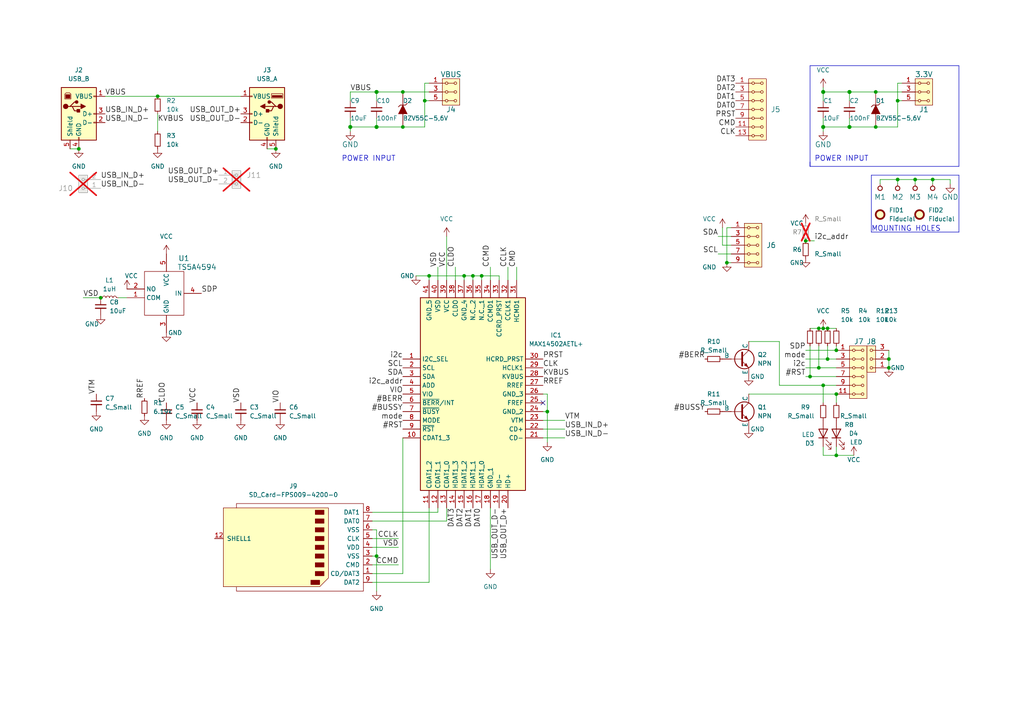
<source format=kicad_sch>
(kicad_sch (version 20230121) (generator eeschema)
  (paper "A4")
  (title_block (title "NAME") (date "%d. %m. %Y") (rev "REV") (company "Mlab www.mlab.cz") (comment 1 "Short description \\nTwo lines are maximum") (comment 2 "nickname <email@example.com>"))
  (lib_symbols
    (symbol "Connector:USB_A" (pin_names (offset 1.016))
      (property "Reference" "J" (at -5.08 11.43 0))
      (property "Value" "USB_A" (at -5.08 8.89 0))
      (symbol "USB_A_1_1"
        (pin power_in line (at 7.62 5.08 180) (length 2.54) (name "VBUS") (number "1"))
        (pin bidirectional line (at 7.62 -2.54 180) (length 2.54) (name "D-") (number "2"))
        (pin bidirectional line (at 7.62 0 180) (length 2.54) (name "D+") (number "3"))
        (pin power_in line (at 0 -10.16 90) (length 2.54) (name "GND") (number "4"))
        (pin passive line (at -2.54 -10.16 90) (length 2.54) (name "Shield") (number "5"))
      )
    )
    (symbol "Connector:USB_B" (pin_names (offset 1.016))
      (property "Reference" "J" (at -5.08 11.43 0))
      (property "Value" "USB_B" (at -5.08 8.89 0))
      (symbol "USB_B_1_1"
        (pin power_out line (at 7.62 5.08 180) (length 2.54) (name "VBUS") (number "1"))
        (pin bidirectional line (at 7.62 -2.54 180) (length 2.54) (name "D-") (number "2"))
        (pin bidirectional line (at 7.62 0 180) (length 2.54) (name "D+") (number "3"))
        (pin power_out line (at 0 -10.16 90) (length 2.54) (name "GND") (number "4"))
        (pin passive line (at -2.54 -10.16 90) (length 2.54) (name "Shield") (number "5"))
      )
    )
    (symbol "Device:C_Small" (pin_numbers hide) (pin_names (offset 0.254) hide)
      (property "Reference" "C" (at 0.254 1.778 0))
      (property "Value" "C_Small" (at 0.254 -2.032 0))
      (symbol "C_Small_1_1"
        (pin passive line (at 0 2.54 270) (length 2.032) (name "~") (number "1"))
        (pin passive line (at 0 -2.54 90) (length 2.032) (name "~") (number "2"))
      )
    )
    (symbol "Device:LED" (pin_numbers hide) (pin_names (offset 1.016) hide)
      (property "Reference" "D" (at 0 2.54 0))
      (property "Value" "LED" (at 0 -2.54 0))
      (symbol "LED_1_1"
        (pin passive line (at -3.81 0 0) (length 2.54) (name "K") (number "1"))
        (pin passive line (at 3.81 0 180) (length 2.54) (name "A") (number "2"))
      )
    )
    (symbol "Device:L_Small" (pin_numbers hide) (pin_names (offset 0.254) hide)
      (property "Reference" "L" (at 0.762 1.016 0))
      (property "Value" "L_Small" (at 0.762 -1.016 0))
      (symbol "L_Small_1_1"
        (pin passive line (at 0 2.54 270) (length 0.508) (name "~") (number "1"))
        (pin passive line (at 0 -2.54 90) (length 0.508) (name "~") (number "2"))
      )
    )
    (symbol "Device:R_Small" (pin_numbers hide) (pin_names (offset 0.254) hide)
      (property "Reference" "R" (at 0.762 0.508 0))
      (property "Value" "R_Small" (at 0.762 -1.016 0))
      (symbol "R_Small_1_1"
        (pin passive line (at 0 2.54 270) (length 0.762) (name "~") (number "1"))
        (pin passive line (at 0 -2.54 90) (length 0.762) (name "~") (number "2"))
      )
    )
    (symbol "GND_1" (power) (pin_names (offset 0))
      (property "Value" "GND_1" (at 0 -3.81 0))
      (symbol "GND_1_1_1"
        (pin power_in line (at 0 0 270) (length 0) hide (name "GND") (number "1"))
      )
    )
    (symbol "GND_2" (power) (pin_names (offset 0))
      (property "Value" "GND_2" (at 0 -3.81 0))
      (symbol "GND_2_1_1"
        (pin power_in line (at 0 0 270) (length 0) hide (name "GND") (number "1"))
      )
    )
    (symbol "GND_3" (power) (pin_names (offset 0))
      (property "Value" "GND_3" (at 0 -3.81 0))
      (symbol "GND_3_1_1"
        (pin power_in line (at 0 0 270) (length 0) hide (name "GND") (number "1"))
      )
    )
    (symbol "GND_4" (power) (pin_names (offset 0))
      (property "Value" "GND_4" (at 0 -3.81 0))
      (symbol "GND_4_1_1"
        (pin power_in line (at 0 0 270) (length 0) hide (name "GND") (number "1"))
      )
    )
    (symbol "GND_5" (power) (pin_names (offset 0))
      (property "Value" "GND_5" (at 0 -3.81 0))
      (symbol "GND_5_1_1"
        (pin power_in line (at 0 0 270) (length 0) hide (name "GND") (number "1"))
      )
    )
    (symbol "GND_6" (power) (pin_names (offset 0))
      (property "Value" "GND_6" (at 0 -3.81 0))
      (symbol "GND_6_1_1"
        (pin power_in line (at 0 0 270) (length 0) hide (name "GND") (number "1"))
      )
    )
    (symbol "ISM02A-rescue:C_Small-Device-ISM02A-rescue" (pin_numbers hide) (pin_names (offset 0.254) hide)
      (property "Reference" "C" (at 0.254 1.778 0))
      (property "Value" "C_Small-Device-ISM02A-rescue" (at 0.254 -2.032 0))
      (symbol "C_Small-Device-ISM02A-rescue_1_1"
        (pin passive line (at 0 2.54 270) (length 2.032) (name "~") (number "1"))
        (pin passive line (at 0 -2.54 90) (length 2.032) (name "~") (number "2"))
      )
    )
    (symbol "ISM02A-rescue:D_ZENER-MLAB_D" (pin_numbers hide) (pin_names (offset 1.016) hide)
      (property "Reference" "D" (at 0 2.54 0))
      (property "Value" "D_ZENER-MLAB_D" (at 0 -2.54 0))
      (symbol "D_ZENER-MLAB_D_1_1"
        (pin passive line (at -5.08 0 0) (length 3.81) (name "K") (number "1"))
        (pin passive line (at 5.08 0 180) (length 3.81) (name "A") (number "2"))
      )
    )
    (symbol "MLAB_CONNECTORS:SD_Card-FPS009-4200-0" (pin_names (offset 1.016))
      (property "Reference" "J" (at -16.51 13.97 0))
      (property "Value" "SD_Card-FPS009-4200-0" (at 15.24 -13.97 0))
      (symbol "SD_Card-FPS009-4200-0_1_1"
        (pin input line (at -22.86 7.62 0) (length 2.54) (name "CD/DAT3") (number "1"))
        (pin input line (at 22.86 -2.54 180) (length 2.54) (name "SHELL1") (number "12"))
        (pin input line (at -22.86 5.08 0) (length 2.54) (name "CMD") (number "2"))
        (pin input line (at -22.86 2.54 0) (length 2.54) (name "VSS") (number "3"))
        (pin input line (at -22.86 0 0) (length 2.54) (name "VDD") (number "4"))
        (pin input line (at -22.86 -2.54 0) (length 2.54) (name "CLK") (number "5"))
        (pin input line (at -22.86 -5.08 0) (length 2.54) (name "VSS") (number "6"))
        (pin input line (at -22.86 -7.62 0) (length 2.54) (name "DAT0") (number "7"))
        (pin input line (at -22.86 -10.16 0) (length 2.54) (name "DAT1") (number "8"))
        (pin input line (at -22.86 10.16 0) (length 2.54) (name "DAT2") (number "9"))
      )
    )
    (symbol "MLAB_HEADER:HEADER_1x02" (pin_names (offset 1.016))
      (property "Reference" "J" (at 0 -3.81 0))
      (property "Value" "HEADER_1x02" (at 0 3.81 0))
      (symbol "HEADER_1x02_1_1"
        (pin input line (at -5.08 1.27 0) (length 3.81) (name "~") (number "1"))
        (pin input line (at -5.08 -1.27 0) (length 3.81) (name "~") (number "2"))
      )
    )
    (symbol "MLAB_HEADER:HEADER_1x03" (pin_names (offset 1.016))
      (property "Reference" "J" (at 0 -5.08 0))
      (property "Value" "HEADER_1x03" (at 0 5.08 0))
      (symbol "HEADER_1x03_1_1"
        (pin input line (at -5.08 2.54 0) (length 3.81) (name "~") (number "1"))
        (pin input line (at -5.08 0 0) (length 3.81) (name "~") (number "2"))
        (pin input line (at -5.08 -2.54 0) (length 3.81) (name "~") (number "3"))
      )
    )
    (symbol "MLAB_HEADER:HEADER_2x05_PARALLEL" (pin_names (offset 1.016))
      (property "Reference" "J" (at 0 -7.62 0))
      (property "Value" "HEADER_2x05_PARALLEL" (at 0 7.62 0))
      (symbol "HEADER_2x05_PARALLEL_1_1"
        (pin input line (at -6.35 5.08 0) (length 3.81) (name "~") (number "1"))
        (pin input line (at -6.35 -5.08 0) (length 3.81) hide (name "~") (number "10"))
        (pin input line (at -6.35 5.08 0) (length 3.81) hide (name "~") (number "2"))
        (pin input line (at -6.35 2.54 0) (length 3.81) (name "~") (number "3"))
        (pin input line (at -6.35 2.54 0) (length 3.81) hide (name "~") (number "4"))
        (pin input line (at -6.35 0 0) (length 3.81) (name "~") (number "5"))
        (pin input line (at -6.35 0 0) (length 3.81) hide (name "~") (number "6"))
        (pin input line (at -6.35 -2.54 0) (length 3.81) (name "~") (number "7"))
        (pin input line (at -6.35 -2.54 0) (length 3.81) hide (name "~") (number "8"))
        (pin input line (at -6.35 -5.08 0) (length 3.81) (name "~") (number "9"))
      )
    )
    (symbol "MLAB_HEADER:HEADER_2x06_PARALLEL" (pin_names (offset 1.016))
      (property "Reference" "J" (at 0 -8.89 0))
      (property "Value" "HEADER_2x06_PARALLEL" (at 0 8.89 0))
      (symbol "HEADER_2x06_PARALLEL_1_1"
        (pin input line (at -6.35 6.35 0) (length 3.81) (name "~") (number "1"))
        (pin input line (at -6.35 -3.81 0) (length 3.81) hide (name "~") (number "10"))
        (pin input line (at -6.35 -6.35 0) (length 3.81) (name "~") (number "11"))
        (pin input line (at -6.35 -6.35 0) (length 3.81) hide (name "~") (number "12"))
        (pin input line (at -6.35 6.35 0) (length 3.81) hide (name "~") (number "2"))
        (pin input line (at -6.35 3.81 0) (length 3.81) (name "~") (number "3"))
        (pin input line (at -6.35 3.81 0) (length 3.81) hide (name "~") (number "4"))
        (pin input line (at -6.35 1.27 0) (length 3.81) (name "~") (number "5"))
        (pin input line (at -6.35 1.27 0) (length 3.81) hide (name "~") (number "6"))
        (pin input line (at -6.35 -1.27 0) (length 3.81) (name "~") (number "7"))
        (pin input line (at -6.35 -1.27 0) (length 3.81) hide (name "~") (number "8"))
        (pin input line (at -6.35 -3.81 0) (length 3.81) (name "~") (number "9"))
      )
    )
    (symbol "MLAB_HEADER:HEADER_2x07_PARALLEL" (pin_names (offset 1.016))
      (property "Reference" "J" (at 0 -10.16 0))
      (property "Value" "HEADER_2x07_PARALLEL" (at 0 10.16 0))
      (symbol "HEADER_2x07_PARALLEL_1_1"
        (pin input line (at -6.35 7.62 0) (length 3.81) (name "~") (number "1"))
        (pin input line (at -6.35 -2.54 0) (length 3.81) hide (name "~") (number "10"))
        (pin input line (at -6.35 -5.08 0) (length 3.81) (name "~") (number "11"))
        (pin input line (at -6.35 -5.08 0) (length 3.81) hide (name "~") (number "12"))
        (pin input line (at -6.35 -7.62 0) (length 3.81) (name "~") (number "13"))
        (pin input line (at -6.35 -7.62 0) (length 3.81) hide (name "~") (number "14"))
        (pin input line (at -6.35 7.62 0) (length 3.81) hide (name "~") (number "2"))
        (pin input line (at -6.35 5.08 0) (length 3.81) (name "~") (number "3"))
        (pin input line (at -6.35 5.08 0) (length 3.81) hide (name "~") (number "4"))
        (pin input line (at -6.35 2.54 0) (length 3.81) (name "~") (number "5"))
        (pin input line (at -6.35 2.54 0) (length 3.81) hide (name "~") (number "6"))
        (pin input line (at -6.35 0 0) (length 3.81) (name "~") (number "7"))
        (pin input line (at -6.35 0 0) (length 3.81) hide (name "~") (number "8"))
        (pin input line (at -6.35 -2.54 0) (length 3.81) (name "~") (number "9"))
      )
    )
    (symbol "MLAB_IO:MAX14502AETL+"
      (property "Reference" "IC" (at 36.83 22.86 0))
      (property "Value" "MAX14502AETL+" (at 36.83 20.32 0))
      (symbol "MAX14502AETL+_1_1"
        (pin passive line (at 0 0 0) (length 5.08) (name "I2C_SEL") (number "1"))
        (pin passive line (at 0 -22.86 0) (length 5.08) (name "CDAT1_3") (number "10"))
        (pin passive line (at 7.62 -43.18 90) (length 5.08) (name "CDAT1_2") (number "11"))
        (pin passive line (at 10.16 -43.18 90) (length 5.08) (name "CDAT1_1") (number "12"))
        (pin passive line (at 12.7 -43.18 90) (length 5.08) (name "CDAT1_0") (number "13"))
        (pin passive line (at 15.24 -43.18 90) (length 5.08) (name "HDAT1_3") (number "14"))
        (pin passive line (at 17.78 -43.18 90) (length 5.08) (name "HDAT1_2") (number "15"))
        (pin passive line (at 20.32 -43.18 90) (length 5.08) (name "HDAT1_1") (number "16"))
        (pin passive line (at 22.86 -43.18 90) (length 5.08) (name "HDAT1_0") (number "17"))
        (pin passive line (at 25.4 -43.18 90) (length 5.08) (name "GND_1") (number "18"))
        (pin passive line (at 27.94 -43.18 90) (length 5.08) (name "HD-") (number "19"))
        (pin passive line (at 0 -2.54 0) (length 5.08) (name "SCL") (number "2"))
        (pin passive line (at 30.48 -43.18 90) (length 5.08) (name "HD+") (number "20"))
        (pin passive line (at 40.64 -22.86 180) (length 5.08) (name "CD-") (number "21"))
        (pin passive line (at 40.64 -20.32 180) (length 5.08) (name "CD+") (number "22"))
        (pin passive line (at 40.64 -17.78 180) (length 5.08) (name "VTM") (number "23"))
        (pin passive line (at 40.64 -15.24 180) (length 5.08) (name "GND_2") (number "24"))
        (pin passive line (at 40.64 -12.7 180) (length 5.08) (name "FREF") (number "25"))
        (pin passive line (at 40.64 -10.16 180) (length 5.08) (name "GND_3") (number "26"))
        (pin passive line (at 40.64 -7.62 180) (length 5.08) (name "RREF") (number "27"))
        (pin passive line (at 40.64 -5.08 180) (length 5.08) (name "KVBUS") (number "28"))
        (pin passive line (at 40.64 -2.54 180) (length 5.08) (name "HCLK1") (number "29"))
        (pin passive line (at 0 -5.08 0) (length 5.08) (name "SDA") (number "3"))
        (pin passive line (at 40.64 0 180) (length 5.08) (name "HCRD_PRST") (number "30"))
        (pin passive line (at 33.02 22.86 270) (length 5.08) (name "HCMD1") (number "31"))
        (pin passive line (at 30.48 22.86 270) (length 5.08) (name "CCLK1") (number "32"))
        (pin passive line (at 27.94 22.86 270) (length 5.08) (name "CCRD_PRST") (number "33"))
        (pin passive line (at 25.4 22.86 270) (length 5.08) (name "CCMD1") (number "34"))
        (pin passive line (at 22.86 22.86 270) (length 5.08) (name "N.C._1") (number "35"))
        (pin passive line (at 20.32 22.86 270) (length 5.08) (name "N.C._2") (number "36"))
        (pin passive line (at 17.78 22.86 270) (length 5.08) (name "GND_4") (number "37"))
        (pin passive line (at 15.24 22.86 270) (length 5.08) (name "CLDO") (number "38"))
        (pin passive line (at 12.7 22.86 270) (length 5.08) (name "VCC") (number "39"))
        (pin passive line (at 0 -7.62 0) (length 5.08) (name "ADD") (number "4"))
        (pin passive line (at 10.16 22.86 270) (length 5.08) (name "VSD") (number "40"))
        (pin passive line (at 7.62 22.86 270) (length 5.08) (name "GND_5") (number "41"))
        (pin passive line (at 0 -10.16 0) (length 5.08) (name "VIO") (number "5"))
        (pin passive line (at 0 -12.7 0) (length 5.08) (name "~{BERR}/INT") (number "6"))
        (pin passive line (at 0 -15.24 0) (length 5.08) (name "~{BUSY}") (number "7"))
        (pin passive line (at 0 -17.78 0) (length 5.08) (name "MODE") (number "8"))
        (pin passive line (at 0 -20.32 0) (length 5.08) (name "~{RST}") (number "9"))
      )
    )
    (symbol "MLAB_IO:TS5A4594"
      (property "Reference" "U" (at 3.81 7.62 0))
      (property "Value" "TS5A4594" (at 6.35 -7.62 0))
      (symbol "TS5A4594_1_1"
        (pin passive line (at -11.43 -1.27 0) (length 5.08) (name "COM") (number "1"))
        (pin passive line (at -11.43 1.27 0) (length 5.08) (name "NO") (number "2"))
        (pin power_in line (at 0 -11.43 90) (length 5.08) (name "GND") (number "3"))
        (pin bidirectional line (at 10.16 0 180) (length 5.08) (name "IN") (number "4"))
        (pin power_in line (at 0 11.43 270) (length 5.08) (name "VCC") (number "5"))
      )
    )
    (symbol "Mechanical:Fiducial"
      (property "Reference" "FID" (at 0 5.08 0))
      (property "Value" "Fiducial" (at 0 3.175 0))
    )
    (symbol "Simulation_SPICE:NPN" (pin_numbers hide) (pin_names (offset 0))
      (property "Reference" "Q" (at -2.54 7.62 0))
      (property "Value" "NPN" (at -2.54 5.08 0))
      (symbol "NPN_1_1"
        (pin open_collector line (at 2.54 5.08 270) (length 2.54) (name "C") (number "1"))
        (pin input line (at -5.08 0 0) (length 2.54) (name "B") (number "2"))
        (pin open_emitter line (at 2.54 -5.08 90) (length 2.54) (name "E") (number "3"))
      )
    )
    (symbol "header:HEADER_2x03_PARALLEL" (pin_names (offset 1.016))
      (property "Reference" "J" (at 0 -5.08 0))
      (property "Value" "HEADER_2x03_PARALLEL" (at 0 5.08 0))
      (symbol "HEADER_2x03_PARALLEL_1_1"
        (pin input line (at -6.35 2.54 0) (length 3.81) (name "~") (number "1"))
        (pin input line (at -6.35 2.54 0) (length 3.81) hide (name "~") (number "2"))
        (pin input line (at -6.35 0 0) (length 3.81) (name "~") (number "3"))
        (pin input line (at -6.35 0 0) (length 3.81) hide (name "~") (number "4"))
        (pin input line (at -6.35 -2.54 0) (length 3.81) (name "~") (number "5"))
        (pin input line (at -6.35 -2.54 0) (length 3.81) hide (name "~") (number "6"))
      )
    )
    (symbol "mlab-default-rescue:GND" (power) (pin_names (offset 0))
      (property "Value" "GND" (at 0 -3.81 0))
      (symbol "GND_1_1"
        (pin power_in line (at 0 0 270) (length 0) hide (name "GND") (number "1"))
      )
    )
    (symbol "mlab-default-rescue:HOLE" (pin_numbers hide) (pin_names (offset 1.016) hide)
      (property "Reference" "M" (at 0 2.54 0))
      (property "Value" "HOLE" (at 0 -2.54 0))
      (symbol "HOLE_1_1"
        (pin input line (at 1.27 0 180) (length 0.635) (name "~") (number "1"))
      )
    )
    (symbol "power:GND" (power) (pin_names (offset 0))
      (property "Value" "GND" (at 0 -3.81 0))
      (symbol "GND_1_1"
        (pin power_in line (at 0 0 270) (length 0) hide (name "GND") (number "1"))
      )
    )
    (symbol "power:VCC" (power) (pin_names (offset 0))
      (property "Value" "VCC" (at 0 3.81 0))
      (symbol "VCC_1_1"
        (pin power_in line (at 0 0 90) (length 0) hide (name "VCC") (number "1"))
      )
    )
  )
  (junction (at 240.03 95.25))
  (junction (at 29.21 86.36))
  (junction (at 210.82 76.2))
  (junction (at 254 26.67))
  (junction (at 257.81 106.68))
  (junction (at 45.72 27.94))
  (junction (at 246.38 36.83) (diameter 1.016))
  (junction (at 116.84 26.67))
  (junction (at 80.01 43.18))
  (junction (at 137.16 80.01))
  (junction (at 238.76 26.67) (diameter 1.016))
  (junction (at 238.76 95.25))
  (junction (at 234.95 109.22))
  (junction (at 242.57 132.08))
  (junction (at 257.81 104.14))
  (junction (at 22.86 43.18))
  (junction (at 242.57 114.3))
  (junction (at 139.7 80.01))
  (junction (at 270.51 52.07))
  (junction (at 116.84 36.83))
  (junction (at 260.35 29.21))
  (junction (at 237.49 106.68))
  (junction (at 265.43 52.07))
  (junction (at 109.22 26.67) (diameter 1.016))
  (junction (at 238.76 36.83) (diameter 1.016))
  (junction (at 109.22 36.83) (diameter 1.016))
  (junction (at 124.46 80.01))
  (junction (at 254 36.83))
  (junction (at 246.38 26.67) (diameter 1.016))
  (junction (at 134.62 80.01))
  (junction (at 260.35 52.07))
  (junction (at 109.22 161.29))
  (junction (at 242.57 101.6))
  (junction (at 123.19 29.21))
  (junction (at 240.03 104.14))
  (junction (at 233.68 69.85))
  (junction (at 238.76 111.76))
  (junction (at 237.49 95.25))
  (junction (at 101.6 36.83) (diameter 1.016))
  (junction (at 158.75 119.38))
  (no_connect (at 157.48 116.84))
  (wire (pts (xy 217.17 114.3) (xy 242.57 114.3)))
  (wire (pts (xy 260.35 53.34) (xy 260.35 52.07)))
  (wire (pts (xy 238.76 132.08) (xy 242.57 132.08)))
  (wire (pts (xy 124.46 24.13) (xy 123.19 24.13)))
  (wire (pts (xy 139.7 80.01) (xy 144.78 80.01)))
  (wire (pts (xy 265.43 53.34) (xy 265.43 52.07)))
  (wire (pts (xy 107.95 168.91) (xy 124.46 168.91)))
  (polyline (pts (xy 234.95 46.99) (xy 234.95 48.26)))
  (wire (pts (xy 123.19 29.21) (xy 123.19 36.83)))
  (wire (pts (xy 254 26.67) (xy 261.62 26.67)))
  (wire (pts (xy 134.62 80.01) (xy 134.62 81.28)))
  (wire (pts (xy 237.49 106.68) (xy 242.57 106.68)))
  (wire (pts (xy 107.95 153.67) (xy 109.22 153.67)))
  (wire (pts (xy 246.38 36.83) (xy 238.76 36.83)))
  (wire (pts (xy 124.46 80.01) (xy 124.46 81.28)))
  (wire (pts (xy 77.47 43.18) (xy 80.01 43.18)))
  (wire (pts (xy 242.57 129.54) (xy 242.57 132.08)))
  (wire (pts (xy 275.59 52.07) (xy 270.51 52.07)))
  (wire (pts (xy 115.57 163.83) (xy 107.95 163.83)))
  (polyline (pts (xy 278.13 48.26) (xy 278.13 19.05)))
  (wire (pts (xy 109.22 26.67) (xy 101.6 26.67)))
  (wire (pts (xy 147.32 77.47) (xy 147.32 81.28)))
  (wire (pts (xy 109.22 26.67) (xy 109.22 29.21)))
  (wire (pts (xy 238.76 36.83) (xy 238.76 38.1)))
  (wire (pts (xy 163.83 121.92) (xy 157.48 121.92)))
  (wire (pts (xy 234.95 109.22) (xy 242.57 109.22)))
  (wire (pts (xy 158.75 114.3) (xy 158.75 119.38)))
  (wire (pts (xy 238.76 111.76) (xy 238.76 116.84)))
  (wire (pts (xy 275.59 53.34) (xy 275.59 52.07)))
  (wire (pts (xy 124.46 29.21) (xy 123.19 29.21)))
  (wire (pts (xy 120.65 80.01) (xy 124.46 80.01)))
  (wire (pts (xy 142.24 77.47) (xy 142.24 81.28)))
  (wire (pts (xy 233.68 101.6) (xy 242.57 101.6)))
  (wire (pts (xy 209.55 71.12) (xy 212.09 71.12)))
  (wire (pts (xy 242.57 116.84) (xy 242.57 114.3)))
  (wire (pts (xy 238.76 34.29) (xy 238.76 36.83)))
  (wire (pts (xy 109.22 36.83) (xy 101.6 36.83)))
  (wire (pts (xy 237.49 95.25) (xy 238.76 95.25)))
  (wire (pts (xy 226.06 99.06) (xy 226.06 111.76)))
  (wire (pts (xy 129.54 68.58) (xy 129.54 81.28)))
  (wire (pts (xy 157.48 114.3) (xy 158.75 114.3)))
  (wire (pts (xy 142.24 165.1) (xy 142.24 147.32)))
  (wire (pts (xy 265.43 52.07) (xy 260.35 52.07)))
  (wire (pts (xy 163.83 127) (xy 157.48 127)))
  (wire (pts (xy 261.62 24.13) (xy 260.35 24.13)))
  (wire (pts (xy 124.46 80.01) (xy 134.62 80.01)))
  (polyline (pts (xy 278.13 50.8) (xy 278.13 67.31)))
  (wire (pts (xy 109.22 36.83) (xy 116.84 36.83)))
  (wire (pts (xy 209.55 66.04) (xy 209.55 71.12)))
  (wire (pts (xy 242.57 132.08) (xy 247.65 132.08)))
  (wire (pts (xy 270.51 53.34) (xy 270.51 52.07)))
  (wire (pts (xy 233.68 106.68) (xy 237.49 106.68)))
  (wire (pts (xy 157.48 119.38) (xy 158.75 119.38)))
  (wire (pts (xy 233.68 109.22) (xy 234.95 109.22)))
  (wire (pts (xy 260.35 36.83) (xy 254 36.83)))
  (wire (pts (xy 163.83 124.46) (xy 157.48 124.46)))
  (wire (pts (xy 107.95 148.59) (xy 127 148.59)))
  (wire (pts (xy 115.57 156.21) (xy 107.95 156.21)))
  (wire (pts (xy 254 26.67) (xy 246.38 26.67)))
  (wire (pts (xy 260.35 29.21) (xy 260.35 36.83)))
  (polyline (pts (xy 234.95 48.26) (xy 278.13 48.26)))
  (wire (pts (xy 127 147.32) (xy 127 148.59)))
  (wire (pts (xy 107.95 161.29) (xy 109.22 161.29)))
  (wire (pts (xy 233.68 69.85) (xy 236.22 69.85)))
  (wire (pts (xy 101.6 26.67) (xy 101.6 29.21)))
  (wire (pts (xy 212.09 68.58) (xy 208.28 68.58)))
  (wire (pts (xy 261.62 29.21) (xy 260.35 29.21)))
  (polyline (pts (xy 278.13 67.31) (xy 252.73 67.31)))
  (wire (pts (xy 234.95 95.25) (xy 237.49 95.25)))
  (wire (pts (xy 116.84 127) (xy 116.84 166.37)))
  (wire (pts (xy 144.78 80.01) (xy 144.78 81.28)))
  (wire (pts (xy 127 77.47) (xy 127 81.28)))
  (wire (pts (xy 109.22 161.29) (xy 109.22 171.45)))
  (polyline (pts (xy 234.95 19.05) (xy 234.95 48.26)))
  (wire (pts (xy 210.82 76.2) (xy 212.09 76.2)))
  (wire (pts (xy 240.03 95.25) (xy 242.57 95.25)))
  (wire (pts (xy 101.6 34.29) (xy 101.6 36.83)))
  (wire (pts (xy 123.19 24.13) (xy 123.19 29.21)))
  (wire (pts (xy 255.27 52.07) (xy 255.27 53.34)))
  (wire (pts (xy 234.95 100.33) (xy 234.95 109.22)))
  (wire (pts (xy 45.72 33.02) (xy 45.72 38.1)))
  (wire (pts (xy 20.32 43.18) (xy 22.86 43.18)))
  (wire (pts (xy 238.76 129.54) (xy 238.76 132.08)))
  (wire (pts (xy 246.38 26.67) (xy 246.38 29.21)))
  (wire (pts (xy 238.76 25.4) (xy 238.76 26.67)))
  (wire (pts (xy 124.46 147.32) (xy 124.46 168.91)))
  (wire (pts (xy 233.68 104.14) (xy 240.03 104.14)))
  (wire (pts (xy 237.49 100.33) (xy 237.49 106.68)))
  (wire (pts (xy 210.82 66.04) (xy 210.82 76.2)))
  (wire (pts (xy 240.03 100.33) (xy 240.03 104.14)))
  (wire (pts (xy 246.38 34.29) (xy 246.38 36.83)))
  (wire (pts (xy 242.57 100.33) (xy 242.57 101.6)))
  (polyline (pts (xy 252.73 67.31) (xy 252.73 50.8)))
  (wire (pts (xy 115.57 158.75) (xy 107.95 158.75)))
  (wire (pts (xy 238.76 95.25) (xy 240.03 95.25)))
  (wire (pts (xy 129.54 147.32) (xy 129.54 151.13)))
  (wire (pts (xy 226.06 111.76) (xy 238.76 111.76)))
  (wire (pts (xy 149.86 77.47) (xy 149.86 81.28)))
  (wire (pts (xy 134.62 80.01) (xy 137.16 80.01)))
  (wire (pts (xy 30.48 27.94) (xy 45.72 27.94)))
  (wire (pts (xy 45.72 27.94) (xy 69.85 27.94)))
  (wire (pts (xy 270.51 52.07) (xy 265.43 52.07)))
  (wire (pts (xy 24.13 86.36) (xy 29.21 86.36)))
  (wire (pts (xy 217.17 99.06) (xy 226.06 99.06)))
  (wire (pts (xy 240.03 104.14) (xy 242.57 104.14)))
  (wire (pts (xy 260.35 24.13) (xy 260.35 29.21)))
  (wire (pts (xy 212.09 73.66) (xy 208.28 73.66)))
  (polyline (pts (xy 278.13 19.05) (xy 234.95 19.05)))
  (wire (pts (xy 116.84 26.67) (xy 124.46 26.67)))
  (wire (pts (xy 109.22 153.67) (xy 109.22 161.29)))
  (wire (pts (xy 210.82 66.04) (xy 212.09 66.04)))
  (wire (pts (xy 116.84 26.67) (xy 109.22 26.67)))
  (wire (pts (xy 238.76 26.67) (xy 238.76 29.21)))
  (wire (pts (xy 139.7 80.01) (xy 139.7 81.28)))
  (wire (pts (xy 137.16 80.01) (xy 137.16 81.28)))
  (wire (pts (xy 123.19 36.83) (xy 116.84 36.83)))
  (polyline (pts (xy 252.73 50.8) (xy 278.13 50.8)))
  (wire (pts (xy 101.6 36.83) (xy 101.6 38.1)))
  (wire (pts (xy 137.16 80.01) (xy 139.7 80.01)))
  (wire (pts (xy 260.35 52.07) (xy 255.27 52.07)))
  (wire (pts (xy 246.38 36.83) (xy 254 36.83)))
  (wire (pts (xy 34.29 86.36) (xy 36.83 86.36)))
  (wire (pts (xy 132.08 77.47) (xy 132.08 81.28)))
  (wire (pts (xy 107.95 151.13) (xy 129.54 151.13)))
  (wire (pts (xy 257.81 104.14) (xy 257.81 106.68)))
  (wire (pts (xy 107.95 166.37) (xy 116.84 166.37)))
  (wire (pts (xy 257.81 101.6) (xy 257.81 104.14)))
  (wire (pts (xy 109.22 34.29) (xy 109.22 36.83)))
  (wire (pts (xy 238.76 111.76) (xy 242.57 111.76)))
  (wire (pts (xy 158.75 119.38) (xy 158.75 128.27)))
  (wire (pts (xy 246.38 26.67) (xy 238.76 26.67)))
  (text "POWER INPUT" (at 99.06 46.99 0) (effects (font (size 1.524 1.524)) (justify left bottom)))
  (text "POWER INPUT" (at 236.22 46.99 0) (effects (font (size 1.524 1.524)) (justify left bottom)))
  (text "MOUNTING HOLES" (at 252.73 67.31 0) (effects (font (size 1.524 1.524)) (justify left bottom)))
  (label "CCLK" (at 147.32 77.47 90) (effects (font (size 1.524 1.524))))
  (label "VIO" (at 116.84 114.3 180) (effects (font (size 1.524 1.524))))
  (label "SDA" (at 116.84 109.22 180) (effects (font (size 1.524 1.524))))
  (label "VSD" (at 24.13 86.36 0) (effects (font (size 1.524 1.524))))
  (label "mode" (at 116.84 121.92 180) (effects (font (size 1.524 1.524))))
  (label "SCL" (at 208.28 73.66 180) (effects (font (size 1.524 1.524))))
  (label "i2c_addr" (at 236.22 69.85 0) (effects (font (size 1.524 1.524))))
  (label "DAT1" (at 137.16 147.32 270) (effects (font (size 1.524 1.524))))
  (label "VBUS" (at 101.6 26.67 0) (effects (font (size 1.524 1.524))))
  (label "USB_IN_D-" (at 29.21 54.61 0) (effects (font (size 1.524 1.524))))
  (label "CLK" (at 213.36 39.37 180) (effects (font (size 1.524 1.524))))
  (label "USB_OUT_D+" (at 69.85 33.02 180) (effects (font (size 1.524 1.524))))
  (label "DAT3" (at 213.36 24.13 180) (effects (font (size 1.524 1.524))))
  (label "SDP" (at 233.68 101.6 180) (effects (font (size 1.524 1.524))))
  (label "VTM" (at 163.83 121.92 0) (effects (font (size 1.524 1.524))))
  (label "#BERR" (at 204.47 104.14 180) (effects (font (size 1.524 1.524))))
  (label "DAT0" (at 213.36 31.75 180) (effects (font (size 1.524 1.524))))
  (label "#RST" (at 116.84 124.46 180) (effects (font (size 1.524 1.524))))
  (label "SCL" (at 116.84 106.68 180) (effects (font (size 1.524 1.524))))
  (label "USB_IN_D-" (at 30.48 35.56 0) (effects (font (size 1.524 1.524))))
  (label "VBUS" (at 30.48 27.94 0) (effects (font (size 1.524 1.524))))
  (label "USB_OUT_D+" (at 147.32 147.32 270) (effects (font (size 1.524 1.524))))
  (label "i2c" (at 116.84 104.14 180) (effects (font (size 1.524 1.524))))
  (label "SDP" (at 58.42 85.09 0) (effects (font (size 1.524 1.524))))
  (label "i2c_addr" (at 116.84 111.76 180) (effects (font (size 1.524 1.524))))
  (label "i2c" (at 233.68 106.68 180) (effects (font (size 1.524 1.524))))
  (label "VSD" (at 115.57 158.75 180) (effects (font (size 1.524 1.524))))
  (label "mode" (at 233.68 104.14 180) (effects (font (size 1.524 1.524))))
  (label "USB_OUT_D+" (at 63.5 50.8 180) (effects (font (size 1.524 1.524))))
  (label "#BUSSY" (at 116.84 119.38 180) (effects (font (size 1.524 1.524))))
  (label "CLK" (at 157.48 106.68 0) (effects (font (size 1.524 1.524))))
  (label "CMD" (at 149.86 77.47 90) (effects (font (size 1.524 1.524))))
  (label "CCMD" (at 142.24 77.47 90) (effects (font (size 1.524 1.524))))
  (label "VTM" (at 27.94 114.3 90) (effects (font (size 1.524 1.524))))
  (label "DAT3" (at 132.08 147.32 270) (effects (font (size 1.524 1.524))))
  (label "DAT0" (at 139.7 147.32 270) (effects (font (size 1.524 1.524))))
  (label "VSD" (at 69.85 116.84 90) (effects (font (size 1.524 1.524))))
  (label "CCMD" (at 115.57 163.83 180) (effects (font (size 1.524 1.524))))
  (label "CCLK" (at 115.57 156.21 180) (effects (font (size 1.524 1.524))))
  (label "CLDO" (at 132.08 77.47 90) (effects (font (size 1.524 1.524))))
  (label "VSD" (at 127 77.47 90) (effects (font (size 1.524 1.524))))
  (label "USB_OUT_D-" (at 63.5 53.34 180) (effects (font (size 1.524 1.524))))
  (label "VCC" (at 129.54 77.47 90) (effects (font (size 1.524 1.524))))
  (label "DAT2" (at 134.62 147.32 270) (effects (font (size 1.524 1.524))))
  (label "PRST" (at 213.36 34.29 180) (effects (font (size 1.524 1.524))))
  (label "RREF" (at 41.91 115.57 90) (effects (font (size 1.524 1.524))))
  (label "CLDO" (at 48.26 116.84 90) (effects (font (size 1.524 1.524))))
  (label "USB_OUT_D-" (at 69.85 35.56 180) (effects (font (size 1.524 1.524))))
  (label "VCC" (at 57.15 116.84 90) (effects (font (size 1.524 1.524))))
  (label "KVBUS" (at 45.72 35.56 0) (effects (font (size 1.524 1.524))))
  (label "CMD" (at 213.36 36.83 180) (effects (font (size 1.524 1.524))))
  (label "USB_IN_D+" (at 29.21 52.07 0) (effects (font (size 1.524 1.524))))
  (label "RREF" (at 157.48 111.76 0) (effects (font (size 1.524 1.524))))
  (label "DAT1" (at 213.36 29.21 180) (effects (font (size 1.524 1.524))))
  (label "VIO" (at 81.28 116.84 90) (effects (font (size 1.524 1.524))))
  (label "USB_IN_D+" (at 163.83 124.46 0) (effects (font (size 1.524 1.524))))
  (label "USB_OUT_D-" (at 144.78 147.32 270) (effects (font (size 1.524 1.524))))
  (label "PRST" (at 157.48 104.14 0) (effects (font (size 1.524 1.524))))
  (label "USB_IN_D-" (at 163.83 127 0) (effects (font (size 1.524 1.524))))
  (label "USB_IN_D+" (at 30.48 33.02 0) (effects (font (size 1.524 1.524))))
  (label "#BERR" (at 116.84 116.84 180) (effects (font (size 1.524 1.524))))
  (label "KVBUS" (at 157.48 109.22 0) (effects (font (size 1.524 1.524))))
  (label "DAT2" (at 213.36 26.67 180) (effects (font (size 1.524 1.524))))
  (label "SDA" (at 208.28 68.58 180) (effects (font (size 1.524 1.524))))
  (label "#BUSSY" (at 204.47 119.38 180) (effects (font (size 1.524 1.524))))
  (label "#RST" (at 233.68 109.22 180) (effects (font (size 1.524 1.524))))
  (symbol (lib_id "header:HEADER_2x03_PARALLEL") (at 267.97 26.67 0) (unit 1)
    (property "Reference" "J1" (at 267.97 31.75 0) (effects (font (size 1.524 1.524))))
    (property "Value" "3.3V" (at 267.97 21.59 0) (effects (font (size 1.524 1.524))))
    (property "Footprint" "Mlab_Pin_Headers:Straight_2x03" (effects hide))
  )
  (symbol (lib_id "mlab-default-rescue:HOLE") (at 255.27 54.61 90) (unit 1)
    (property "Reference" "M1" (at 255.27 57.15 90) (effects (font (size 1.524 1.524))))
    (property "Value" "HOLE M3" (effects hide))
    (property "Footprint" "Mlab_Mechanical:MountingHole_3mm" (effects hide))
  )
  (symbol (lib_id "mlab-default-rescue:HOLE") (at 260.35 54.61 90) (unit 1)
    (property "Reference" "M2" (at 260.35 57.15 90) (effects (font (size 1.524 1.524))))
    (property "Value" "HOLE M3" (effects hide))
    (property "Footprint" "Mlab_Mechanical:MountingHole_3mm" (effects hide))
  )
  (symbol (lib_id "mlab-default-rescue:HOLE") (at 265.43 54.61 90) (unit 1)
    (property "Reference" "M3" (at 265.43 57.15 90) (effects (font (size 1.524 1.524))))
    (property "Value" "HOLE" (effects hide))
    (property "Footprint" "Mlab_Mechanical:MountingHole_3mm" (effects hide))
  )
  (symbol (lib_id "mlab-default-rescue:HOLE") (at 270.51 54.61 90) (unit 1)
    (property "Reference" "M4" (at 270.51 57.15 90) (effects (font (size 1.524 1.524))))
    (property "Value" "HOLE" (effects hide))
    (property "Footprint" "Mlab_Mechanical:MountingHole_3mm" (effects hide))
  )
  (symbol (lib_id "mlab-default-rescue:GND") (at 275.59 53.34 0) (unit 1)
    (property "Reference" "#PWR03" (effects hide))
    (property "Value" "GND" (at 275.59 57.15 0) (effects (font (size 1.524 1.524))))
  )
  (symbol (lib_id "MLAB_HEADER:HEADER_1x03") (at 252.73 104.14 180) (unit 1)
    (property "Reference" "J8" (at 252.73 99.06 0) (effects (font (size 1.524 1.524))))
    (property "Value" "HEADER_1x02" (effects hide))
    (property "Footprint" "Connector_PinHeader_2.54mm:PinHeader_1x03_P2.54mm_Vertical" (effects hide))
  )
  (symbol (lib_name "GND_1") (lib_id "power:GND") (at 48.26 121.92 0) (unit 1)
    (property "Reference" "#PWR06" (effects hide))
    (property "Value" "GND" (at 48.26 127 0))
  )
  (symbol (lib_id "MLAB_HEADER:HEADER_1x02") (at 24.13 53.34 180) (unit 1) (dnp yes)
    (property "Reference" "J10" (at 19.05 54.61 0) (effects (font (size 1.524 1.524))))
    (property "Value" "HEADER_1x02" (effects hide))
    (property "Footprint" "Connector_PinHeader_2.54mm:PinHeader_1x02_P2.54mm_Vertical" (effects hide))
  )
  (symbol (lib_id "Device:R_Small") (at 237.49 97.79 0) (unit 1)
    (property "Reference" "R4" (at 248.92 90.17 0) (effects (justify left)))
    (property "Value" "10k" (at 248.92 92.71 0) (effects (justify left)))
    (property "Footprint" "Resistor_SMD:R_0805_2012Metric" (effects hide))
  )
  (symbol (lib_name "GND_4") (lib_id "power:GND") (at 217.17 109.22 0) (unit 1)
    (property "Reference" "#PWR022" (effects hide))
    (property "Value" "GND" (at 219.71 109.22 0))
  )
  (symbol (lib_id "MLAB_HEADER:HEADER_2x05_PARALLEL") (at 218.44 71.12 0) (unit 1)
    (property "Reference" "J6" (at 222.25 71.12 0) (effects (font (size 1.524 1.524)) (justify left)))
    (property "Value" "HEADER_2x05_PARALLEL" (effects hide))
    (property "Footprint" "Connector_PinHeader_2.54mm:PinHeader_2x05_P2.54mm_Vertical" (effects hide))
  )
  (symbol (lib_id "ISM02A-rescue:C_Small-Device-ISM02A-rescue") (at 101.6 31.75 0) (unit 1)
    (property "Reference" "C9" (at 101.6 29.21 0) (effects (justify left)))
    (property "Value" "10uF" (at 101.6 34.29 0) (effects (justify left)))
    (property "Footprint" "Capacitor_SMD:C_0805_2012Metric" (effects hide))
    (property "UST_ID" "5c70984812875079b91f8bbe" (effects hide))
  )
  (symbol (lib_id "Device:C_Small") (at 27.94 116.84 0) (unit 1)
    (property "Reference" "C7" (at 30.48 115.5763 0) (effects (justify left)))
    (property "Value" "C_Small" (at 30.48 118.1163 0) (effects (justify left)))
    (property "Footprint" "Capacitor_SMD:C_0805_2012Metric" (effects hide))
  )
  (symbol (lib_id "Mechanical:Fiducial") (at 266.7 62.23 0) (unit 1)
    (property "Reference" "FID2" (at 269.24 60.96 0) (effects (justify left)))
    (property "Value" "Fiducial" (at 269.24 63.5 0) (effects (justify left)))
    (property "Footprint" "Fiducial:Fiducial_0.5mm_Mask1mm" (effects hide))
  )
  (symbol (lib_id "MLAB_HEADER:HEADER_2x07_PARALLEL") (at 219.71 31.75 0) (unit 1)
    (property "Reference" "J5" (at 223.52 31.75 0) (effects (font (size 1.524 1.524)) (justify left)))
    (property "Value" "HEADER_2x07_PARALLEL" (effects hide))
    (property "Footprint" "Connector_PinHeader_2.54mm:PinHeader_2x07_P2.54mm_Vertical" (effects hide))
  )
  (symbol (lib_id "Device:R_Small") (at 242.57 119.38 180) (unit 1)
    (property "Reference" "R8" (at 247.65 123.19 0) (effects (justify left)))
    (property "Value" "R_Small" (at 251.46 120.65 0) (effects (justify left)))
    (property "Footprint" "Resistor_SMD:R_0805_2012Metric" (effects hide))
  )
  (symbol (lib_name "GND_1") (lib_id "power:GND") (at 27.94 119.38 0) (unit 1)
    (property "Reference" "#PWR014" (effects hide))
    (property "Value" "GND" (at 27.94 124.46 0))
  )
  (symbol (lib_id "power:VCC") (at 247.65 132.08 0) (unit 1)
    (property "Reference" "#PWR021" (effects hide))
    (property "Value" "VCC" (at 247.65 133.35 0))
  )
  (symbol (lib_id "power:VCC") (at 233.68 64.77 0) (unit 1)
    (property "Reference" "#PWR017" (effects hide))
    (property "Value" "VCC" (at 231.14 64.77 0))
  )
  (symbol (lib_name "GND_1") (lib_id "power:GND") (at 41.91 120.65 0) (unit 1)
    (property "Reference" "#PWR07" (effects hide))
    (property "Value" "GND" (at 41.91 125.73 0))
  )
  (symbol (lib_id "Device:LED") (at 242.57 125.73 90) (unit 1)
    (property "Reference" "D4" (at 248.92 125.73 90) (effects (justify left)))
    (property "Value" "LED" (at 250.19 128.27 90) (effects (justify left)))
    (property "Footprint" "Mlab_D:LED_1206_mill" (effects hide))
  )
  (symbol (lib_id "Device:C_Small") (at 69.85 119.38 0) (unit 1)
    (property "Reference" "C3" (at 72.39 118.1163 0) (effects (justify left)))
    (property "Value" "C_Small" (at 72.39 120.6563 0) (effects (justify left)))
    (property "Footprint" "Capacitor_SMD:C_0805_2012Metric" (effects hide))
  )
  (symbol (lib_name "GND_4") (lib_id "power:GND") (at 257.81 106.68 0) (unit 1)
    (property "Reference" "#PWR015" (effects hide))
    (property "Value" "GND" (at 260.35 106.68 0))
  )
  (symbol (lib_name "GND_2") (lib_id "power:GND") (at 80.01 43.18 0) (unit 1)
    (property "Reference" "#PWR011" (effects hide))
    (property "Value" "GND" (at 80.01 48.26 0))
  )
  (symbol (lib_id "header:HEADER_2x03_PARALLEL") (at 130.81 26.67 0) (unit 1)
    (property "Reference" "J4" (at 130.81 31.75 0) (effects (font (size 1.524 1.524))))
    (property "Value" "VBUS" (at 130.81 21.59 0) (effects (font (size 1.524 1.524))))
    (property "Footprint" "Mlab_Pin_Headers:Straight_2x03" (effects hide))
  )
  (symbol (lib_name "GND_2") (lib_id "power:GND") (at 22.86 43.18 0) (unit 1)
    (property "Reference" "#PWR010" (effects hide))
    (property "Value" "GND" (at 22.86 48.26 0))
  )
  (symbol (lib_id "Device:R_Small") (at 207.01 119.38 270) (unit 1)
    (property "Reference" "R11" (at 207.01 114.3 90))
    (property "Value" "R_Small" (at 207.01 116.84 90))
    (property "Footprint" "Resistor_SMD:R_0805_2012Metric" (effects hide))
  )
  (symbol (lib_name "GND_6") (lib_id "power:GND") (at 120.65 80.01 0) (unit 1)
    (property "Reference" "#PWR028" (effects hide))
    (property "Value" "GND" (at 118.11 80.01 0))
  )
  (symbol (lib_id "Device:R_Small") (at 207.01 104.14 270) (unit 1)
    (property "Reference" "R10" (at 207.01 99.06 90))
    (property "Value" "R_Small" (at 207.01 101.6 90))
    (property "Footprint" "Resistor_SMD:R_0805_2012Metric" (effects hide))
  )
  (symbol (lib_id "MLAB_HEADER:HEADER_2x06_PARALLEL") (at 248.92 107.95 0) (unit 1)
    (property "Reference" "J7" (at 247.65 99.06 0) (effects (font (size 1.524 1.524)) (justify left)))
    (property "Value" "HEADER_2x04_PARALLEL" (effects hide))
    (property "Footprint" "Connector_PinHeader_2.54mm:PinHeader_2x06_P2.54mm_Vertical" (effects hide))
  )
  (symbol (lib_id "power:VCC") (at 48.26 73.66 0) (unit 1)
    (property "Reference" "#PWR025" (effects hide))
    (property "Value" "VCC" (at 48.26 68.58 0))
  )
  (symbol (lib_id "Device:R_Small") (at 233.68 72.39 0) (unit 1)
    (property "Reference" "R6" (at 229.87 72.39 0) (effects (justify left)))
    (property "Value" "R_Small" (at 236.22 73.66 0) (effects (justify left)))
    (property "Footprint" "Resistor_SMD:R_0805_2012Metric" (effects hide))
  )
  (symbol (lib_name "GND_1") (lib_id "power:GND") (at 81.28 121.92 0) (unit 1)
    (property "Reference" "#PWR02" (effects hide))
    (property "Value" "GND" (at 81.28 127 0))
  )
  (symbol (lib_id "Device:R_Small") (at 240.03 97.79 0) (unit 1)
    (property "Reference" "R12" (at 254 90.17 0) (effects (justify left)))
    (property "Value" "10k" (at 254 92.71 0) (effects (justify left)))
    (property "Footprint" "Resistor_SMD:R_0805_2012Metric" (effects hide))
  )
  (symbol (lib_id "Device:L_Small") (at 31.75 86.36 90) (unit 1)
    (property "Reference" "L1" (at 31.75 81.28 90))
    (property "Value" "1uH" (at 31.75 83.82 90))
    (property "Footprint" "Inductor_SMD:L_1008_2520Metric" (effects hide))
  )
  (symbol (lib_id "Device:LED") (at 238.76 125.73 90) (unit 1)
    (property "Reference" "D3" (at 236.22 128.5875 90) (effects (justify left)))
    (property "Value" "LED" (at 236.22 126.0475 90) (effects (justify left)))
    (property "Footprint" "Mlab_D:LED_1206_mill" (effects hide))
  )
  (symbol (lib_id "ISM02A-rescue:C_Small-Device-ISM02A-rescue") (at 238.76 31.75 0) (unit 1)
    (property "Reference" "C1" (at 238.76 29.21 0) (effects (justify left)))
    (property "Value" "10uF" (at 238.76 34.29 0) (effects (justify left)))
    (property "Footprint" "Capacitor_SMD:C_0805_2012Metric" (effects hide))
    (property "UST_ID" "5c70984812875079b91f8bbe" (effects hide))
  )
  (symbol (lib_name "GND_1") (lib_id "power:GND") (at 29.21 91.44 0) (unit 1)
    (property "Reference" "#PWR027" (effects hide))
    (property "Value" "GND" (at 26.67 93.98 0))
  )
  (symbol (lib_name "GND_1") (lib_id "power:GND") (at 158.75 128.27 0) (unit 1)
    (property "Reference" "#PWR09" (effects hide))
    (property "Value" "GND" (at 158.75 133.35 0))
  )
  (symbol (lib_id "power:VCC") (at 129.54 68.58 0) (unit 1)
    (property "Reference" "#PWR018" (effects hide))
    (property "Value" "VCC" (at 129.54 63.5 0))
  )
  (symbol (lib_id "ISM02A-rescue:C_Small-Device-ISM02A-rescue") (at 246.38 31.75 0) (unit 1)
    (property "Reference" "C2" (at 246.38 29.21 0) (effects (justify left)))
    (property "Value" "100nF" (at 246.38 34.29 0) (effects (justify left)))
    (property "Footprint" "Capacitor_SMD:C_0805_2012Metric" (effects hide))
    (property "UST_id" "C0805_100n" (effects hide))
    (property "UST_ID" "5c70984812875079b91f8bf2" (effects hide))
  )
  (symbol (lib_id "MLAB_HEADER:HEADER_1x02") (at 68.58 52.07 0) (unit 1) (dnp yes)
    (property "Reference" "J11" (at 73.66 50.8 0) (effects (font (size 1.524 1.524))))
    (property "Value" "HEADER_1x02" (effects hide))
    (property "Footprint" "Connector_PinHeader_2.54mm:PinHeader_1x02_P2.54mm_Vertical" (effects hide))
  )
  (symbol (lib_name "GND_1") (lib_id "power:GND") (at 69.85 121.92 0) (unit 1)
    (property "Reference" "#PWR04" (effects hide))
    (property "Value" "GND" (at 69.85 127 0))
  )
  (symbol (lib_id "Connector:USB_A") (at 77.47 33.02 0) (mirror y) (unit 1)
    (property "Reference" "J3" (at 77.47 20.32 0))
    (property "Value" "USB_A" (at 77.47 22.86 0))
    (property "Footprint" "Connector_USB:USB_A_CONNFLY_DS1095-WNR0" (effects hide))
    (property "Datasheet" " ~" (effects hide))
  )
  (symbol (lib_id "Device:R_Small") (at 45.72 30.48 0) (unit 1)
    (property "Reference" "R2" (at 48.26 29.21 0) (effects (justify left)))
    (property "Value" "10k" (at 48.26 31.75 0) (effects (justify left)))
    (property "Footprint" "Resistor_SMD:R_0805_2012Metric" (effects hide))
  )
  (symbol (lib_name "GND_3") (lib_id "power:GND") (at 109.22 171.45 0) (unit 1)
    (property "Reference" "#PWR012" (effects hide))
    (property "Value" "GND" (at 109.22 176.53 0))
  )
  (symbol (lib_name "GND_1") (lib_id "power:GND") (at 45.72 43.18 0) (unit 1)
    (property "Reference" "#PWR01" (effects hide))
    (property "Value" "GND" (at 45.72 48.26 0))
  )
  (symbol (lib_id "Device:R_Small") (at 238.76 119.38 180) (unit 1)
    (property "Reference" "R9" (at 234.95 118.11 0) (effects (justify left)))
    (property "Value" "R_Small" (at 236.22 120.65 0) (effects (justify left)))
    (property "Footprint" "Resistor_SMD:R_0805_2012Metric" (effects hide))
  )
  (symbol (lib_name "GND_5") (lib_id "power:GND") (at 210.82 76.2 0) (unit 1)
    (property "Reference" "#PWR019" (effects hide))
    (property "Value" "GND" (at 205.74 77.47 0))
  )
  (symbol (lib_id "MLAB_IO:TS5A4594") (at 48.26 85.09 0) (unit 1)
    (property "Reference" "U1" (at 53.34 74.93 0) (effects (font (size 1.524 1.524))))
    (property "Value" "TS5A4594" (at 57.15 77.47 0) (effects (font (size 1.524 1.524))))
    (property "Footprint" "Package_TO_SOT_SMD:SOT-23-5" (effects hide))
  )
  (symbol (lib_id "Simulation_SPICE:NPN") (at 214.63 119.38 0) (unit 1)
    (property "Reference" "Q1" (at 219.71 118.11 0) (effects (justify left)))
    (property "Value" "NPN" (at 219.71 120.65 0) (effects (justify left)))
    (property "Sim.Device" "NPN" (effects hide))
    (property "Sim.Type" "GUMMELPOON" (effects hide))
    (property "Sim.Pins" "1=C 2=B 3=E" (effects hide))
  )
  (symbol (lib_id "power:GND") (at 101.6 38.1 0) (unit 1)
    (property "Reference" "#PWR030" (effects hide))
    (property "Value" "GND" (at 101.6 41.91 0) (effects (font (size 1.524 1.524))))
  )
  (symbol (lib_id "power:VCC") (at 36.83 83.82 0) (unit 1)
    (property "Reference" "#PWR024" (effects hide))
    (property "Value" "VCC" (at 38.1 80.01 0))
  )
  (symbol (lib_id "Connector:USB_B") (at 22.86 33.02 0) (unit 1)
    (property "Reference" "J2" (at 22.86 20.32 0))
    (property "Value" "USB_B" (at 22.86 22.86 0))
    (property "Footprint" "Connector_USB:USB_B_Lumberg_2411_02_Horizontal" (effects hide))
    (property "Datasheet" " ~" (effects hide))
  )
  (symbol (lib_id "Device:C_Small") (at 48.26 119.38 0) (unit 1)
    (property "Reference" "C5" (at 50.8 118.1163 0) (effects (justify left)))
    (property "Value" "C_Small" (at 50.8 120.6563 0) (effects (justify left)))
    (property "Footprint" "Capacitor_SMD:C_0805_2012Metric" (effects hide))
  )
  (symbol (lib_id "MLAB_CONNECTORS:SD_Card-FPS009-4200-0") (at 85.09 158.75 180) (unit 1)
    (property "Reference" "J9" (at 85.09 140.97 0))
    (property "Value" "SD_Card-FPS009-4200-0" (at 85.09 143.51 0))
    (property "Footprint" "Mlab_CON:FPS009-4200-0" (effects hide))
  )
  (symbol (lib_id "Mechanical:Fiducial") (at 255.27 62.23 0) (unit 1)
    (property "Reference" "FID1" (at 257.81 60.96 0) (effects (justify left)))
    (property "Value" "Fiducial" (at 257.81 63.5 0) (effects (justify left)))
    (property "Footprint" "Fiducial:Fiducial_0.5mm_Mask1mm" (effects hide))
  )
  (symbol (lib_id "power:VCC") (at 209.55 66.04 0) (unit 1)
    (property "Reference" "#PWR020" (effects hide))
    (property "Value" "VCC" (at 205.74 63.5 0))
  )
  (symbol (lib_id "Device:R_Small") (at 41.91 118.11 0) (unit 1)
    (property "Reference" "R1" (at 44.45 116.84 0) (effects (justify left)))
    (property "Value" "6.19k" (at 44.45 119.38 0) (effects (justify left)))
    (property "Footprint" "Resistor_SMD:R_0805_2012Metric" (effects hide))
  )
  (symbol (lib_name "GND_1") (lib_id "power:GND") (at 57.15 121.92 0) (unit 1)
    (property "Reference" "#PWR05" (effects hide))
    (property "Value" "GND" (at 57.15 127 0))
  )
  (symbol (lib_id "Device:C_Small") (at 57.15 119.38 0) (unit 1)
    (property "Reference" "C4" (at 59.69 118.1163 0) (effects (justify left)))
    (property "Value" "C_Small" (at 59.69 120.6563 0) (effects (justify left)))
    (property "Footprint" "Capacitor_SMD:C_0805_2012Metric" (effects hide))
  )
  (symbol (lib_id "Device:R_Small") (at 233.68 67.31 0) (unit 1) (dnp yes)
    (property "Reference" "R7" (at 229.87 67.31 0) (effects (justify left)))
    (property "Value" "R_Small" (at 236.22 63.5 0) (effects (justify left)))
    (property "Footprint" "Resistor_SMD:R_0805_2012Metric" (effects hide))
  )
  (symbol (lib_id "Device:R_Small") (at 45.72 40.64 0) (unit 1)
    (property "Reference" "R3" (at 48.26 39.37 0) (effects (justify left)))
    (property "Value" "10k" (at 48.26 41.91 0) (effects (justify left)))
    (property "Footprint" "Resistor_SMD:R_0805_2012Metric" (effects hide))
  )
  (symbol (lib_id "ISM02A-rescue:C_Small-Device-ISM02A-rescue") (at 109.22 31.75 0) (unit 1)
    (property "Reference" "C10" (at 109.22 29.21 0) (effects (justify left)))
    (property "Value" "100nF" (at 109.22 34.29 0) (effects (justify left)))
    (property "Footprint" "Capacitor_SMD:C_0805_2012Metric" (effects hide))
    (property "UST_id" "C0805_100n" (effects hide))
    (property "UST_ID" "5c70984812875079b91f8bf2" (effects hide))
  )
  (symbol (lib_id "Device:R_Small") (at 242.57 97.79 0) (unit 1)
    (property "Reference" "R13" (at 256.54 90.17 0) (effects (justify left)))
    (property "Value" "10k" (at 256.54 92.71 0) (effects (justify left)))
    (property "Footprint" "Resistor_SMD:R_0805_2012Metric" (effects hide))
  )
  (symbol (lib_name "GND_4") (lib_id "power:GND") (at 217.17 124.46 0) (unit 1)
    (property "Reference" "#PWR023" (effects hide))
    (property "Value" "GND" (at 219.71 124.46 0))
  )
  (symbol (lib_id "ISM02A-rescue:D_ZENER-MLAB_D") (at 116.84 31.75 270) (unit 1)
    (property "Reference" "D2" (at 116.84 29.21 90) (effects (justify left)))
    (property "Value" "BZV55C-5,6V" (at 116.84 34.29 90) (effects (justify left)))
    (property "Footprint" "Diode_SMD:D_SMA" (effects hide))
    (property "UST_ID" "5c70984512875079b91f88b2" (effects hide))
  )
  (symbol (lib_id "power:VCC") (at 238.76 25.4 0) (unit 1)
    (property "Reference" "#PWR029" (effects hide))
    (property "Value" "VCC" (at 238.76 20.32 0))
  )
  (symbol (lib_id "MLAB_IO:MAX14502AETL+") (at 116.84 104.14 0) (unit 1)
    (property "Reference" "IC1" (at 161.29 97.2119 0))
    (property "Value" "MAX14502AETL+" (at 161.29 99.7519 0))
    (property "Footprint" "Mlab_IO:QFN40P500X500X80-41N" (effects hide))
    (property "Datasheet" "https://datasheet.octopart.com/MAX14502AETL%2B-Dallas-Semiconductor-datasheet-13718882.pdf" (effects hide))
    (property "Height" "0.8" (effects hide))
    (property "Manufacturer_Name" "Analog Devices" (effects hide))
    (property "Manufacturer_Part_Number" "MAX14502AETL+" (effects hide))
  )
  (symbol (lib_id "power:VCC") (at 238.76 95.25 0) (unit 1)
    (property "Reference" "#PWR013" (effects hide))
    (property "Value" "VCC" (at 238.76 90.17 0))
  )
  (symbol (lib_name "GND_1") (lib_id "power:GND") (at 48.26 96.52 0) (unit 1)
    (property "Reference" "#PWR026" (effects hide))
    (property "Value" "GND" (at 50.8 96.52 0))
  )
  (symbol (lib_id "Simulation_SPICE:NPN") (at 214.63 104.14 0) (unit 1)
    (property "Reference" "Q2" (at 219.71 102.87 0) (effects (justify left)))
    (property "Value" "NPN" (at 219.71 105.41 0) (effects (justify left)))
    (property "Sim.Device" "NPN" (effects hide))
    (property "Sim.Type" "GUMMELPOON" (effects hide))
    (property "Sim.Pins" "1=C 2=B 3=E" (effects hide))
  )
  (symbol (lib_id "Device:R_Small") (at 234.95 97.79 0) (unit 1)
    (property "Reference" "R5" (at 243.84 90.17 0) (effects (justify left)))
    (property "Value" "10k" (at 243.84 92.71 0) (effects (justify left)))
    (property "Footprint" "Resistor_SMD:R_0805_2012Metric" (effects hide))
  )
  (symbol (lib_id "Device:C_Small") (at 29.21 88.9 0) (unit 1)
    (property "Reference" "C8" (at 31.75 87.6363 0) (effects (justify left)))
    (property "Value" "10uF" (at 31.75 90.1763 0) (effects (justify left)))
    (property "Footprint" "Capacitor_SMD:C_0805_2012Metric" (effects hide))
  )
  (symbol (lib_id "power:GND") (at 238.76 38.1 0) (unit 1)
    (property "Reference" "#PWR0102" (effects hide))
    (property "Value" "GND" (at 238.76 41.91 0) (effects (font (size 1.524 1.524))))
  )
  (symbol (lib_name "GND_4") (lib_id "power:GND") (at 233.68 74.93 0) (unit 1)
    (property "Reference" "#PWR016" (effects hide))
    (property "Value" "GND" (at 231.14 76.2 0))
  )
  (symbol (lib_id "Device:C_Small") (at 81.28 119.38 0) (unit 1)
    (property "Reference" "C6" (at 83.82 118.1163 0) (effects (justify left)))
    (property "Value" "C_Small" (at 83.82 120.6563 0) (effects (justify left)))
    (property "Footprint" "Capacitor_SMD:C_0805_2012Metric" (effects hide))
  )
  (symbol (lib_name "GND_1") (lib_id "power:GND") (at 142.24 165.1 0) (unit 1)
    (property "Reference" "#PWR08" (effects hide))
    (property "Value" "GND" (at 142.24 170.18 0))
  )
  (symbol (lib_id "ISM02A-rescue:D_ZENER-MLAB_D") (at 254 31.75 270) (unit 1)
    (property "Reference" "D1" (at 254 29.21 90) (effects (justify left)))
    (property "Value" "BZV55C-5,6V" (at 254 34.29 90) (effects (justify left)))
    (property "Footprint" "Diode_SMD:D_SMA" (effects hide))
    (property "UST_ID" "5c70984512875079b91f88b2" (effects hide))
  )
)
</source>
